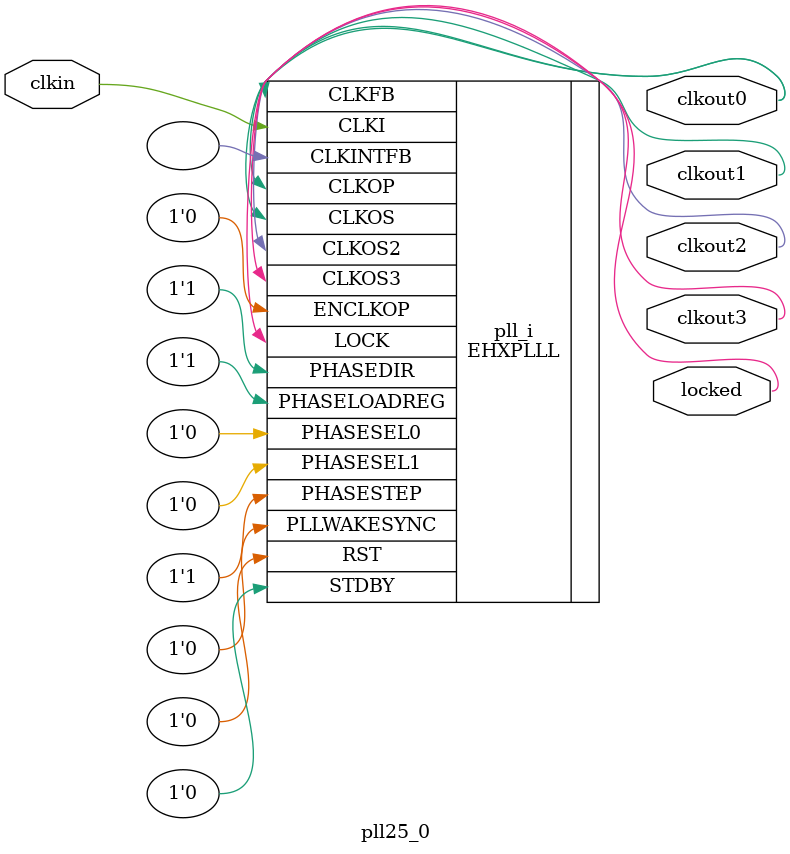
<source format=v>
module pll25_0
(
    input clkin, // 25 MHz, 0 deg
    output clkout0, // 100 MHz, 0 deg
    output clkout1, // 75 MHz, 0 deg
    output clkout2, // 50 MHz, 0 deg
    output clkout3, // 12 MHz, 0 deg
    output locked
);
(* FREQUENCY_PIN_CLKI="25" *)
(* FREQUENCY_PIN_CLKOP="100" *)
(* FREQUENCY_PIN_CLKOS="75" *)
(* FREQUENCY_PIN_CLKOS2="50" *)
(* FREQUENCY_PIN_CLKOS3="12" *)
(* ICP_CURRENT="12" *) (* LPF_RESISTOR="8" *) (* MFG_ENABLE_FILTEROPAMP="1" *) (* MFG_GMCREF_SEL="2" *)
EHXPLLL #(
        .PLLRST_ENA("DISABLED"),
        .INTFB_WAKE("DISABLED"),
        .STDBY_ENABLE("DISABLED"),
        .DPHASE_SOURCE("DISABLED"),
        .OUTDIVIDER_MUXA("DIVA"),
        .OUTDIVIDER_MUXB("DIVB"),
        .OUTDIVIDER_MUXC("DIVC"),
        .OUTDIVIDER_MUXD("DIVD"),
        .CLKI_DIV(1),
        .CLKOP_ENABLE("ENABLED"),
        .CLKOP_DIV(6),
        .CLKOP_CPHASE(2),
        .CLKOP_FPHASE(0),
        .CLKOS_ENABLE("ENABLED"),
        .CLKOS_DIV(8),
        .CLKOS_CPHASE(2),
        .CLKOS_FPHASE(0),
        .CLKOS2_ENABLE("ENABLED"),
        .CLKOS2_DIV(12),
        .CLKOS2_CPHASE(2),
        .CLKOS2_FPHASE(0),
        .CLKOS3_ENABLE("ENABLED"),
        .CLKOS3_DIV(50),
        .CLKOS3_CPHASE(2),
        .CLKOS3_FPHASE(0),
        .FEEDBK_PATH("CLKOP"),
        .CLKFB_DIV(4)
    ) pll_i (
        .RST(1'b0),
        .STDBY(1'b0),
        .CLKI(clkin),
        .CLKOP(clkout0),
        .CLKOS(clkout1),
        .CLKOS2(clkout2),
        .CLKOS3(clkout3),
        .CLKFB(clkout0),
        .CLKINTFB(),
        .PHASESEL0(1'b0),
        .PHASESEL1(1'b0),
        .PHASEDIR(1'b1),
        .PHASESTEP(1'b1),
        .PHASELOADREG(1'b1),
        .PLLWAKESYNC(1'b0),
        .ENCLKOP(1'b0),
        .LOCK(locked)
	);
endmodule

</source>
